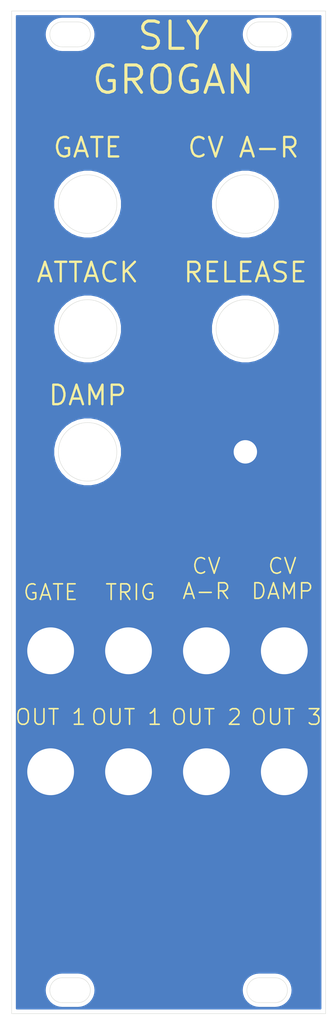
<source format=kicad_pcb>
(kicad_pcb (version 20171130) (host pcbnew "(5.1.5-0)")
  (layers (0 F.Cu signal) (31 B.Cu signal) (34 B.Paste user hide) (35 F.Paste user hide) (36 B.SilkS user hide) (37 F.SilkS user) (38 B.Mask user hide) (39 F.Mask user) (44 Edge.Cuts user))
  (net 0 "")
  (net 1 GND)
  (module "custom footprints:potleaf_small_copper" (layer F.Cu) (at 20 123.7)
    (fp_text reference REF** hide)
    (fp_text value potleaf_small_copper)
    (fp_poly (pts (xy -3.4036 -3.9751) (xy -3.0861 -3.7338) (xy -2.52095 -3.4163) (xy -1.92405 -2.9845) (xy -1.5494 -2.6035) (xy -1.14935 -2.03835) (xy -0.55245 -0.85725) (xy -0.254 -0.2921) (xy -0.2413 -0.2794) (xy -0.5715 -0.254) (xy -0.6731 -0.3048) (xy -1.0287 -0.55245) (xy -1.4351 -0.92075) (xy -1.7653 -1.27) (xy -2.1209 -1.7018) (xy -2.4003 -2.1209) (xy -2.5908 -2.3749) (xy -2.8448 -2.8321) (xy -3.0988 -3.2004) (xy -3.3401 -3.6195) (xy -3.6195 -4.1783)) (layer F.Cu) (width 0.1))
    (fp_poly (pts (xy -1.997075 -0.796925) (xy -1.660525 -0.701675) (xy -1.397 -0.6096) (xy -0.6985 -0.2032) (xy -0.66802 -0.17526) (xy -0.6604 -0.1905) (xy -0.6604 -0.1778) (xy -0.66802 -0.17526) (xy -0.7493 -0.0127) (xy -0.3556 0.127) (xy -0.56515 0.1524) (xy -0.95885 0.1778) (xy -1.4351 0.1778) (xy -1.8796 0.1143) (xy -2.3622 0) (xy -2.7559 -0.1143) (xy -3.1623 -0.3429) (xy -3.4798 -0.5715) (xy -3.8862 -0.6985) (xy -3.2385 -0.7493) (xy -2.7051 -0.7874) (xy -2.24155 -0.79375)) (layer F.Cu) (width 0.1))
    (fp_poly (pts (xy -0.13335 0.2667) (xy -0.50165 0.6985) (xy -0.9398 0.97155) (xy -1.3208 1.11125) (xy -2.0701 1.27635) (xy -1.5875 0.7493) (xy -1.1938 0.4826) (xy -0.8255 0.2794) (xy -0.3556 0.2032) (xy -0.3302 0.2032)) (layer F.Cu) (width 0.1))
    (fp_poly (pts (xy 0 -0.2159) (xy -0.211138 -0.022225) (xy 0.007937 0.073025) (xy 0.758825 0.61595) (xy 0.57785 0.7112) (xy 0 0.254) (xy 0.0127 1.3462) (xy -0.1016 1.2065) (xy -0.10795 0.3175) (xy -0.0635 0.3175) (xy -0.4445 0.1016) (xy -0.73025 -0.0508) (xy -0.56515 -0.3302)) (layer F.Cu) (width 0.1))
    (fp_poly (pts (xy 0.64135 0.2413) (xy 1.1938 0.5207) (xy 1.520825 0.847725) (xy 1.655763 1.077913) (xy 1.887538 1.347788) (xy 1.58115 1.26365) (xy 1.32715 1.18745) (xy 1.14935 1.12395) (xy 0.7747 0.9906) (xy 0.415925 0.796925) (xy 0.155575 0.511175) (xy 0.03175 0.34925) (xy 0.09525 0.38735) (xy 0.06985 0.32385) (xy 0.13335 0.1524)) (layer F.Cu) (width 0.1))
    (fp_poly (pts (xy 3.0734 -0.762) (xy 3.5052 -0.7366) (xy 4.083207 -0.726057) (xy 3.4036 -0.5715) (xy 2.9718 -0.381) (xy 2.6289 -0.1651) (xy 2.2098 0) (xy 1.6764 0.0889) (xy 1.2319 0.1143) (xy 0.65405 0.09525) (xy 0.0762 0.0762) (xy 0.0127 0) (xy 0.2286 -0.0635) (xy 0.235585 -0.1143) (xy 0.551815 -0.2413) (xy 1.08585 -0.4699) (xy 1.6383 -0.6731) (xy 2.032 -0.7874) (xy 2.4765 -0.7874)) (layer F.Cu) (width 0.1))
    (fp_poly (pts (xy 3.0607 -3.4163) (xy 2.8194 -2.921) (xy 2.6162 -2.4638) (xy 2.35585 -1.9431) (xy 2.0828 -1.5875) (xy 1.77165 -1.17475) (xy 1.30175 -0.78105) (xy 0.8001 -0.4445) (xy -0.3048 0.1524) (xy -0.2794 -0.1778) (xy 0.0254 -0.2286) (xy 0.27305 -0.66675) (xy 0.48895 -1.1303) (xy 0.65405 -1.4605) (xy 0.8382 -1.7526) (xy 1.0033 -2.0701) (xy 1.2827 -2.4257) (xy 1.5621 -2.7432) (xy 1.8923 -3.0353) (xy 2.2352 -3.2639) (xy 2.6162 -3.5179) (xy 3.0099 -3.7846) (xy 3.5433 -4.1783)) (layer F.Cu) (width 0.1))
    (fp_poly (pts (xy 0.2159 -5.5499) (xy 0.3175 -5.0673) (xy 0.4318 -4.6101) (xy 0.51435 -4.2799) (xy 0.57785 -3.8989) (xy 0.6223 -3.3782) (xy 0.6223 -2.8448) (xy 0.5715 -2.2606) (xy 0.508 -1.7399) (xy 0.365125 -1.2446) (xy 0.066675 -0.2286) (xy -0.14605 -0.2794) (xy -0.381 -1.1938) (xy -0.554038 -2.0574) (xy -0.538163 -2.8448) (xy -0.485775 -3.5052) (xy -0.32385 -4.2799) (xy -0.0889 -5.0927) (xy 0.0381 -5.8674) (xy 0.1016 -6.3881)) (layer F.Cu) (width 0.1))
  )
  (module "custom footprints:3mm_mounting_hole_LED" (layer F.Cu) (at 30 56.5)
    (fp_text reference REF** hide)
    (fp_text value 3mm_mounting_hole_LED)
    (pad 1 thru_hole circle (at 0 0) (size 3.1 3.1) (drill 3) (layers *.Cu *.Mask) (net 1 GND))
  )
  (module "custom footprints:6mm_mounting_hole_thonkiconn" (layer F.Cu) (at 35 97.5)
    (fp_text reference TP1 hide)
    (fp_text value TestPoint)
    (pad 1 thru_hole circle (at 0 0) (size 6.1 6.1) (drill 6) (layers *.Cu *.Mask) (net 1 GND))
  )
  (module "custom footprints:6mm_mounting_hole_thonkiconn" (layer F.Cu) (at 5 82)
    (fp_text reference TP1 hide)
    (fp_text value TestPoint)
    (pad 1 thru_hole circle (at 0 0) (size 6.1 6.1) (drill 6) (layers *.Cu *.Mask) (net 1 GND))
  )
  (module "custom footprints:6mm_mounting_hole_thonkiconn" (layer F.Cu) (at 35 82)
    (fp_text reference TP1 hide)
    (fp_text value TestPoint)
    (pad 1 thru_hole circle (at 0 0) (size 6.1 6.1) (drill 6) (layers *.Cu *.Mask) (net 1 GND))
  )
  (module "custom footprints:6mm_mounting_hole_thonkiconn" (layer F.Cu) (at 25 82)
    (fp_text reference TP1 hide)
    (fp_text value TestPoint)
    (pad 1 thru_hole circle (at 0 0) (size 6.1 6.1) (drill 6) (layers *.Cu *.Mask) (net 1 GND))
  )
  (module "custom footprints:6mm_mounting_hole_thonkiconn" (layer F.Cu) (at 15 82)
    (fp_text reference TP1 hide)
    (fp_text value TestPoint)
    (pad 1 thru_hole circle (at 0 0) (size 6.1 6.1) (drill 6) (layers *.Cu *.Mask) (net 1 GND))
  )
  (module "custom footprints:6mm_mounting_hole_thonkiconn" (layer F.Cu) (at 5 97.5)
    (fp_text reference TP1 hide)
    (fp_text value TestPoint)
    (pad 1 thru_hole circle (at 0 0) (size 6.1 6.1) (drill 6) (layers *.Cu *.Mask) (net 1 GND))
  )
  (module "custom footprints:6mm_mounting_hole_thonkiconn" (layer F.Cu) (at 25 97.5)
    (fp_text reference TP1 hide)
    (fp_text value TestPoint)
    (pad 1 thru_hole circle (at 0 0) (size 6.1 6.1) (drill 6) (layers *.Cu *.Mask) (net 1 GND))
  )
  (module "custom footprints:6mm_mounting_hole_thonkiconn" (layer F.Cu) (at 15 97.5)
    (fp_text reference TP1 hide)
    (fp_text value TestPoint)
    (pad 1 thru_hole circle (at 0 0) (size 6.1 6.1) (drill 6) (layers *.Cu *.Mask) (net 1 GND))
  )
  (gr_circle (center 30 56.5) (end 32 56.5) (layer F.Cu) (width 1))
  (gr_line (start 35 97.5) (end 5 97.5) (layer F.Cu) (width 2))
  (gr_line (start 35 82) (end 5 82) (layer F.Cu) (width 2))
  (gr_text "OUT 2" (at 25 90.5) (layer F.SilkS) (effects (font (size 2 2) (thickness 0.2))))
  (gr_text "OUT 1" (at 5 90.5) (layer F.SilkS) (effects (font (size 2 2) (thickness 0.2))))
  (gr_circle (center 9.75 56.5) (end 13.5 56.5) (layer Edge.Cuts) (width 0.05))
  (gr_circle (center 9.75 40.75) (end 13.5 40.75) (layer Edge.Cuts) (width 0.05))
  (gr_circle (center 30 40.75) (end 33.75 40.75) (layer Edge.Cuts) (width 0.05))
  (gr_text "SLY\nGROGAN" (at 20.75 6) (layer F.SilkS) (effects (font (size 3.5 3.5) (thickness 0.4))))
  (gr_text RELEASE (at 30 33.5) (layer F.SilkS) (effects (font (size 2.5 2.5) (thickness 0.3))))
  (gr_text "CV A-R" (at 29.75 17.5) (layer F.SilkS) (effects (font (size 2.5 2.5) (thickness 0.3))))
  (gr_text GATE (at 9.75 17.5) (layer F.SilkS) (effects (font (size 2.5 2.5) (thickness 0.3))))
  (gr_text ATTACK (at 9.75 33.5) (layer F.SilkS) (effects (font (size 2.5 2.5) (thickness 0.3))))
  (gr_text DAMP (at 9.75 49.25) (layer F.SilkS) (effects (font (size 2.5 2.5) (thickness 0.3))))
  (gr_text "OUT 3" (at 35.25 90.5) (layer F.SilkS) (effects (font (size 2 2) (thickness 0.2))))
  (gr_text "OUT 1" (at 14.75 90.5) (layer F.SilkS) (effects (font (size 2 2) (thickness 0.2))))
  (gr_text GATE (at 5 74.5) (layer F.SilkS) (effects (font (size 2 2) (thickness 0.2))))
  (gr_text "CV\nDAMP" (at 34.75 72.75) (layer F.SilkS) (effects (font (size 2 2) (thickness 0.2))))
  (gr_text "CV\nA-R" (at 25 72.75) (layer F.SilkS) (effects (font (size 2 2) (thickness 0.2))))
  (gr_text TRIG (at 15.25 74.5) (layer F.SilkS) (effects (font (size 2 2) (thickness 0.2))))
  (gr_circle (center 9.75 24.75) (end 13.5 24.75) (layer Edge.Cuts) (width 0.05))
  (gr_circle (center 30 24.75) (end 33.75 24.75) (layer Edge.Cuts) (width 0.05))
  (gr_arc (start 8.5 125.5) (end 8.5 127.1) (angle -180) (layer Edge.Cuts) (width 0.05))
  (gr_line (start 6.5 123.9) (end 8.5 123.9) (layer Edge.Cuts) (width 0.05))
  (gr_arc (start 6.5 125.5) (end 6.5 123.9) (angle -180) (layer Edge.Cuts) (width 0.05))
  (gr_line (start 6.5 127.1) (end 8.5 127.1) (layer Edge.Cuts) (width 0.05))
  (gr_arc (start 8.5 3) (end 8.5 4.6) (angle -180) (layer Edge.Cuts) (width 0.05))
  (gr_line (start 6.5 1.4) (end 8.5 1.4) (layer Edge.Cuts) (width 0.05))
  (gr_arc (start 6.5 3) (end 6.5 1.4) (angle -180) (layer Edge.Cuts) (width 0.05))
  (gr_line (start 6.5 4.6) (end 8.5 4.6) (layer Edge.Cuts) (width 0.05))
  (gr_arc (start 33.8 125.5) (end 33.8 127.1) (angle -180) (layer Edge.Cuts) (width 0.05))
  (gr_line (start 31.8 123.9) (end 33.8 123.9) (layer Edge.Cuts) (width 0.05))
  (gr_arc (start 31.8 125.5) (end 31.8 123.9) (angle -180) (layer Edge.Cuts) (width 0.05))
  (gr_line (start 31.8 127.1) (end 33.8 127.1) (layer Edge.Cuts) (width 0.05))
  (gr_line (start 31.8 1.4) (end 33.8 1.4) (layer Edge.Cuts) (width 0.05))
  (gr_line (start 31.8 4.6) (end 33.8 4.6) (layer Edge.Cuts) (width 0.05))
  (gr_arc (start 31.8 3) (end 31.8 1.4) (angle -180) (layer Edge.Cuts) (width 0.05))
  (gr_arc (start 33.8 3) (end 33.8 4.6) (angle -180) (layer Edge.Cuts) (width 0.05))
  (gr_line (start 0 128.5) (end 0 0) (layer Edge.Cuts) (width 0.05))
  (gr_line (start 40.3 128.5) (end 0 128.5) (layer Edge.Cuts) (width 0.05))
  (gr_line (start 40.3 0) (end 40.3 128.5) (layer Edge.Cuts) (width 0.05))
  (gr_line (start 0 0) (end 40.3 0) (layer Edge.Cuts) (width 0.05))
  (zone (net 1) (net_name GND) (layer B.Cu) (connect_pads yes (clearance 0.508)) (min_thickness 0.254) (fill yes (arc_segments 32) (thermal_gap 0.508) (thermal_bridge_width 0.508))
    (polygon (pts (xy 40.75 129.841581) (xy -1.5 129.841581) (xy -1.000951 -1.158894) (xy -1.5 -1.408419) (xy 40.75 -1.408419)))
  )
)
</source>
